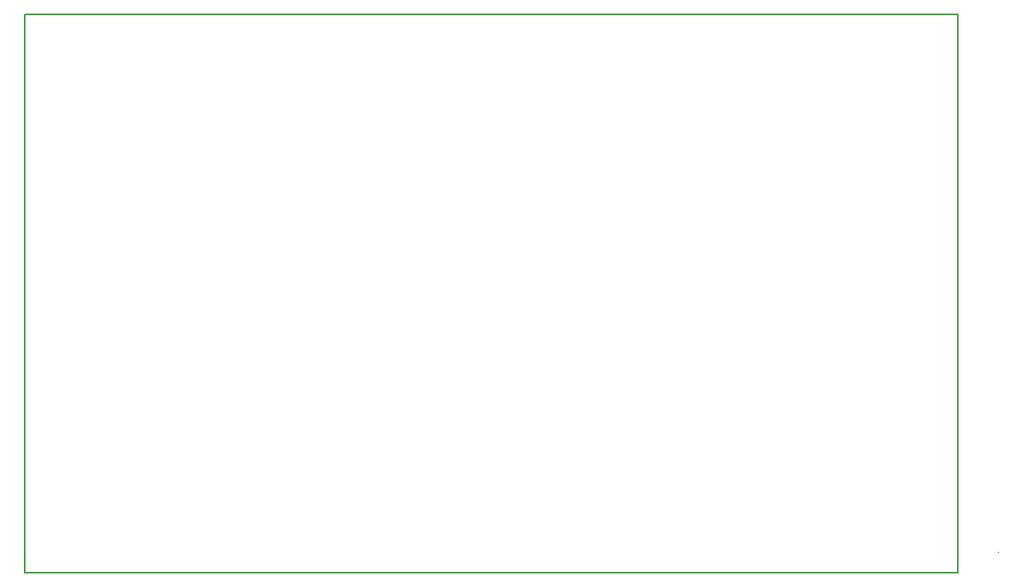
<source format=gbr>
G04 #@! TF.FileFunction,Profile,NP*
%FSLAX46Y46*%
G04 Gerber Fmt 4.6, Leading zero omitted, Abs format (unit mm)*
G04 Created by KiCad (PCBNEW 4.0.7) date 05/31/18 17:41:53*
%MOMM*%
%LPD*%
G01*
G04 APERTURE LIST*
%ADD10C,0.100000*%
%ADD11C,0.150000*%
G04 APERTURE END LIST*
D10*
D11*
X158750000Y-50800000D02*
X59690000Y-50800000D01*
X158750000Y-110109000D02*
X158750000Y-50800000D01*
X59690000Y-110109000D02*
X158750000Y-110109000D01*
X59690000Y-50800000D02*
X59690000Y-110109000D01*
X163068000Y-107950000D02*
X163068000Y-107950000D01*
M02*

</source>
